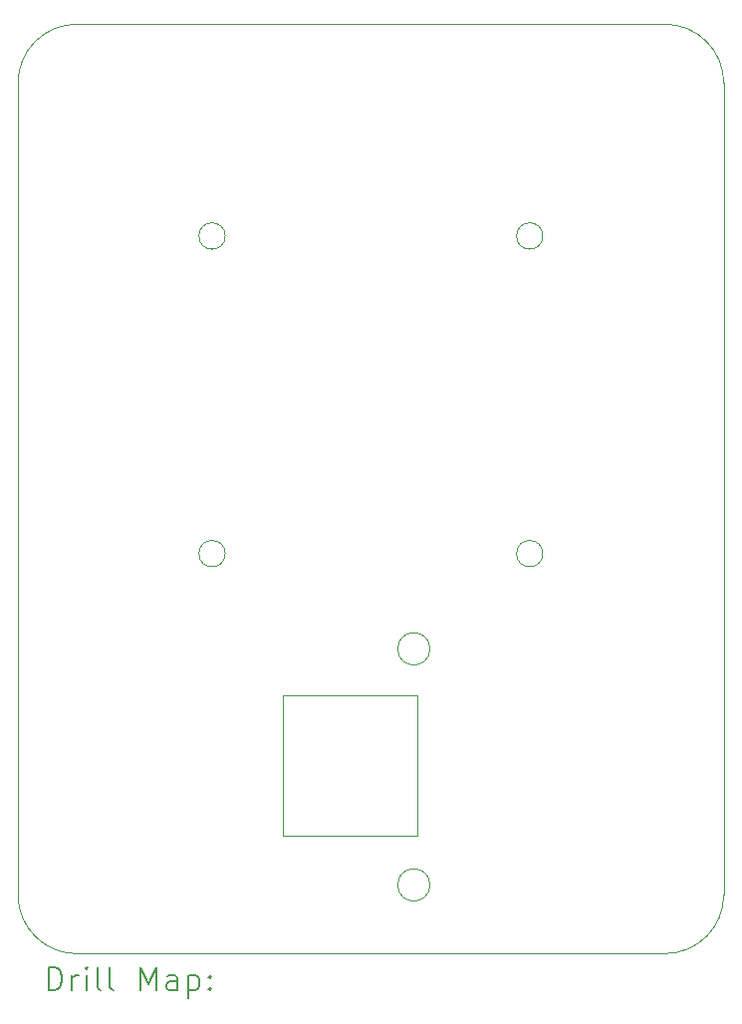
<source format=gbr>
%TF.GenerationSoftware,KiCad,Pcbnew,8.0.6*%
%TF.CreationDate,2025-12-03T00:04:38-05:00*%
%TF.ProjectId,dead_reckoning_shield,64656164-5f72-4656-936b-6f6e696e675f,rev?*%
%TF.SameCoordinates,Original*%
%TF.FileFunction,Drillmap*%
%TF.FilePolarity,Positive*%
%FSLAX45Y45*%
G04 Gerber Fmt 4.5, Leading zero omitted, Abs format (unit mm)*
G04 Created by KiCad (PCBNEW 8.0.6) date 2025-12-03 00:04:38*
%MOMM*%
%LPD*%
G01*
G04 APERTURE LIST*
%ADD10C,0.050000*%
%ADD11C,0.200000*%
G04 APERTURE END LIST*
D10*
X17500000Y-14600000D02*
X22500000Y-14600000D01*
X22500000Y-6700000D02*
G75*
G02*
X23000000Y-7200000I0J-500000D01*
G01*
X17500000Y-6700000D02*
X22500000Y-6700000D01*
X17000000Y-7200000D02*
G75*
G02*
X17500000Y-6700000I500000J0D01*
G01*
X23000000Y-7200000D02*
X23000000Y-14100000D01*
X17500000Y-14600000D02*
G75*
G02*
X17000000Y-14100000I0J500000D01*
G01*
X17000000Y-14100000D02*
X17000000Y-7200000D01*
X23000000Y-14100000D02*
G75*
G02*
X22500000Y-14600000I-500000J0D01*
G01*
X20501783Y-12009400D02*
G75*
G02*
X20228217Y-12009400I-136783J0D01*
G01*
X20228217Y-12009400D02*
G75*
G02*
X20501783Y-12009400I136783J0D01*
G01*
X20501783Y-14016000D02*
G75*
G02*
X20228217Y-14016000I-136783J0D01*
G01*
X20228217Y-14016000D02*
G75*
G02*
X20501783Y-14016000I136783J0D01*
G01*
X18761803Y-8500000D02*
G75*
G02*
X18538197Y-8500000I-111803J0D01*
G01*
X18538197Y-8500000D02*
G75*
G02*
X18761803Y-8500000I111803J0D01*
G01*
X18761803Y-11200000D02*
G75*
G02*
X18538197Y-11200000I-111803J0D01*
G01*
X18538197Y-11200000D02*
G75*
G02*
X18761803Y-11200000I111803J0D01*
G01*
X21461803Y-8500000D02*
G75*
G02*
X21238197Y-8500000I-111803J0D01*
G01*
X21238197Y-8500000D02*
G75*
G02*
X21461803Y-8500000I111803J0D01*
G01*
X21461803Y-11200000D02*
G75*
G02*
X21238197Y-11200000I-111803J0D01*
G01*
X21238197Y-11200000D02*
G75*
G02*
X21461803Y-11200000I111803J0D01*
G01*
X19254000Y-13596500D02*
X20397000Y-13596500D01*
X20397000Y-12403500D01*
X19254000Y-12403500D01*
X19254000Y-13596500D01*
D11*
X17258277Y-14913984D02*
X17258277Y-14713984D01*
X17258277Y-14713984D02*
X17305896Y-14713984D01*
X17305896Y-14713984D02*
X17334467Y-14723508D01*
X17334467Y-14723508D02*
X17353515Y-14742555D01*
X17353515Y-14742555D02*
X17363039Y-14761603D01*
X17363039Y-14761603D02*
X17372563Y-14799698D01*
X17372563Y-14799698D02*
X17372563Y-14828269D01*
X17372563Y-14828269D02*
X17363039Y-14866365D01*
X17363039Y-14866365D02*
X17353515Y-14885412D01*
X17353515Y-14885412D02*
X17334467Y-14904460D01*
X17334467Y-14904460D02*
X17305896Y-14913984D01*
X17305896Y-14913984D02*
X17258277Y-14913984D01*
X17458277Y-14913984D02*
X17458277Y-14780650D01*
X17458277Y-14818746D02*
X17467801Y-14799698D01*
X17467801Y-14799698D02*
X17477324Y-14790174D01*
X17477324Y-14790174D02*
X17496372Y-14780650D01*
X17496372Y-14780650D02*
X17515420Y-14780650D01*
X17582086Y-14913984D02*
X17582086Y-14780650D01*
X17582086Y-14713984D02*
X17572563Y-14723508D01*
X17572563Y-14723508D02*
X17582086Y-14733031D01*
X17582086Y-14733031D02*
X17591610Y-14723508D01*
X17591610Y-14723508D02*
X17582086Y-14713984D01*
X17582086Y-14713984D02*
X17582086Y-14733031D01*
X17705896Y-14913984D02*
X17686848Y-14904460D01*
X17686848Y-14904460D02*
X17677324Y-14885412D01*
X17677324Y-14885412D02*
X17677324Y-14713984D01*
X17810658Y-14913984D02*
X17791610Y-14904460D01*
X17791610Y-14904460D02*
X17782086Y-14885412D01*
X17782086Y-14885412D02*
X17782086Y-14713984D01*
X18039229Y-14913984D02*
X18039229Y-14713984D01*
X18039229Y-14713984D02*
X18105896Y-14856841D01*
X18105896Y-14856841D02*
X18172563Y-14713984D01*
X18172563Y-14713984D02*
X18172563Y-14913984D01*
X18353515Y-14913984D02*
X18353515Y-14809222D01*
X18353515Y-14809222D02*
X18343991Y-14790174D01*
X18343991Y-14790174D02*
X18324944Y-14780650D01*
X18324944Y-14780650D02*
X18286848Y-14780650D01*
X18286848Y-14780650D02*
X18267801Y-14790174D01*
X18353515Y-14904460D02*
X18334467Y-14913984D01*
X18334467Y-14913984D02*
X18286848Y-14913984D01*
X18286848Y-14913984D02*
X18267801Y-14904460D01*
X18267801Y-14904460D02*
X18258277Y-14885412D01*
X18258277Y-14885412D02*
X18258277Y-14866365D01*
X18258277Y-14866365D02*
X18267801Y-14847317D01*
X18267801Y-14847317D02*
X18286848Y-14837793D01*
X18286848Y-14837793D02*
X18334467Y-14837793D01*
X18334467Y-14837793D02*
X18353515Y-14828269D01*
X18448753Y-14780650D02*
X18448753Y-14980650D01*
X18448753Y-14790174D02*
X18467801Y-14780650D01*
X18467801Y-14780650D02*
X18505896Y-14780650D01*
X18505896Y-14780650D02*
X18524944Y-14790174D01*
X18524944Y-14790174D02*
X18534467Y-14799698D01*
X18534467Y-14799698D02*
X18543991Y-14818746D01*
X18543991Y-14818746D02*
X18543991Y-14875888D01*
X18543991Y-14875888D02*
X18534467Y-14894936D01*
X18534467Y-14894936D02*
X18524944Y-14904460D01*
X18524944Y-14904460D02*
X18505896Y-14913984D01*
X18505896Y-14913984D02*
X18467801Y-14913984D01*
X18467801Y-14913984D02*
X18448753Y-14904460D01*
X18629705Y-14894936D02*
X18639229Y-14904460D01*
X18639229Y-14904460D02*
X18629705Y-14913984D01*
X18629705Y-14913984D02*
X18620182Y-14904460D01*
X18620182Y-14904460D02*
X18629705Y-14894936D01*
X18629705Y-14894936D02*
X18629705Y-14913984D01*
X18629705Y-14790174D02*
X18639229Y-14799698D01*
X18639229Y-14799698D02*
X18629705Y-14809222D01*
X18629705Y-14809222D02*
X18620182Y-14799698D01*
X18620182Y-14799698D02*
X18629705Y-14790174D01*
X18629705Y-14790174D02*
X18629705Y-14809222D01*
M02*

</source>
